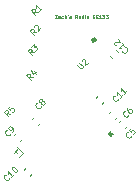
<source format=gbr>
%TF.GenerationSoftware,KiCad,Pcbnew,(6.0.1-0)*%
%TF.CreationDate,2022-02-07T15:37:49-08:00*%
%TF.ProjectId,Untitled,556e7469-746c-4656-942e-6b696361645f,rev?*%
%TF.SameCoordinates,Original*%
%TF.FileFunction,Legend,Top*%
%TF.FilePolarity,Positive*%
%FSLAX46Y46*%
G04 Gerber Fmt 4.6, Leading zero omitted, Abs format (unit mm)*
G04 Created by KiCad (PCBNEW (6.0.1-0)) date 2022-02-07 15:37:49*
%MOMM*%
%LPD*%
G01*
G04 APERTURE LIST*
%ADD10C,0.050000*%
%ADD11C,0.100000*%
%ADD12C,0.120000*%
%ADD13C,0.250000*%
%ADD14C,0.180000*%
G04 APERTURE END LIST*
D10*
X150650000Y-97235714D02*
X150850000Y-97235714D01*
X150650000Y-97535714D01*
X150850000Y-97535714D01*
X151092857Y-97535714D02*
X151092857Y-97378571D01*
X151078571Y-97350000D01*
X151050000Y-97335714D01*
X150992857Y-97335714D01*
X150964285Y-97350000D01*
X151092857Y-97521428D02*
X151064285Y-97535714D01*
X150992857Y-97535714D01*
X150964285Y-97521428D01*
X150950000Y-97492857D01*
X150950000Y-97464285D01*
X150964285Y-97435714D01*
X150992857Y-97421428D01*
X151064285Y-97421428D01*
X151092857Y-97407142D01*
X151364285Y-97521428D02*
X151335714Y-97535714D01*
X151278571Y-97535714D01*
X151250000Y-97521428D01*
X151235714Y-97507142D01*
X151221428Y-97478571D01*
X151221428Y-97392857D01*
X151235714Y-97364285D01*
X151250000Y-97350000D01*
X151278571Y-97335714D01*
X151335714Y-97335714D01*
X151364285Y-97350000D01*
X151492857Y-97535714D02*
X151492857Y-97235714D01*
X151621428Y-97535714D02*
X151621428Y-97378571D01*
X151607142Y-97350000D01*
X151578571Y-97335714D01*
X151535714Y-97335714D01*
X151507142Y-97350000D01*
X151492857Y-97364285D01*
X151778571Y-97235714D02*
X151750000Y-97292857D01*
X151892857Y-97521428D02*
X151921428Y-97535714D01*
X151978571Y-97535714D01*
X152007142Y-97521428D01*
X152021428Y-97492857D01*
X152021428Y-97478571D01*
X152007142Y-97450000D01*
X151978571Y-97435714D01*
X151935714Y-97435714D01*
X151907142Y-97421428D01*
X151892857Y-97392857D01*
X151892857Y-97378571D01*
X151907142Y-97350000D01*
X151935714Y-97335714D01*
X151978571Y-97335714D01*
X152007142Y-97350000D01*
X152550000Y-97535714D02*
X152450000Y-97392857D01*
X152378571Y-97535714D02*
X152378571Y-97235714D01*
X152492857Y-97235714D01*
X152521428Y-97250000D01*
X152535714Y-97264285D01*
X152550000Y-97292857D01*
X152550000Y-97335714D01*
X152535714Y-97364285D01*
X152521428Y-97378571D01*
X152492857Y-97392857D01*
X152378571Y-97392857D01*
X152807142Y-97535714D02*
X152807142Y-97378571D01*
X152792857Y-97350000D01*
X152764285Y-97335714D01*
X152707142Y-97335714D01*
X152678571Y-97350000D01*
X152807142Y-97521428D02*
X152778571Y-97535714D01*
X152707142Y-97535714D01*
X152678571Y-97521428D01*
X152664285Y-97492857D01*
X152664285Y-97464285D01*
X152678571Y-97435714D01*
X152707142Y-97421428D01*
X152778571Y-97421428D01*
X152807142Y-97407142D01*
X153078571Y-97535714D02*
X153078571Y-97235714D01*
X153078571Y-97521428D02*
X153050000Y-97535714D01*
X152992857Y-97535714D01*
X152964285Y-97521428D01*
X152950000Y-97507142D01*
X152935714Y-97478571D01*
X152935714Y-97392857D01*
X152950000Y-97364285D01*
X152964285Y-97350000D01*
X152992857Y-97335714D01*
X153050000Y-97335714D01*
X153078571Y-97350000D01*
X153221428Y-97535714D02*
X153221428Y-97335714D01*
X153221428Y-97235714D02*
X153207142Y-97250000D01*
X153221428Y-97264285D01*
X153235714Y-97250000D01*
X153221428Y-97235714D01*
X153221428Y-97264285D01*
X153407142Y-97535714D02*
X153378571Y-97521428D01*
X153364285Y-97507142D01*
X153350000Y-97478571D01*
X153350000Y-97392857D01*
X153364285Y-97364285D01*
X153378571Y-97350000D01*
X153407142Y-97335714D01*
X153450000Y-97335714D01*
X153478571Y-97350000D01*
X153492857Y-97364285D01*
X153507142Y-97392857D01*
X153507142Y-97478571D01*
X153492857Y-97507142D01*
X153478571Y-97521428D01*
X153450000Y-97535714D01*
X153407142Y-97535714D01*
X153864285Y-97378571D02*
X153964285Y-97378571D01*
X154007142Y-97535714D02*
X153864285Y-97535714D01*
X153864285Y-97235714D01*
X154007142Y-97235714D01*
X154135714Y-97378571D02*
X154235714Y-97378571D01*
X154278571Y-97535714D02*
X154135714Y-97535714D01*
X154135714Y-97235714D01*
X154278571Y-97235714D01*
X154564285Y-97535714D02*
X154392857Y-97535714D01*
X154478571Y-97535714D02*
X154478571Y-97235714D01*
X154450000Y-97278571D01*
X154421428Y-97307142D01*
X154392857Y-97321428D01*
X154664285Y-97235714D02*
X154850000Y-97235714D01*
X154750000Y-97350000D01*
X154792857Y-97350000D01*
X154821428Y-97364285D01*
X154835714Y-97378571D01*
X154850000Y-97407142D01*
X154850000Y-97478571D01*
X154835714Y-97507142D01*
X154821428Y-97521428D01*
X154792857Y-97535714D01*
X154707142Y-97535714D01*
X154678571Y-97521428D01*
X154664285Y-97507142D01*
X154950000Y-97235714D02*
X155135714Y-97235714D01*
X155035714Y-97350000D01*
X155078571Y-97350000D01*
X155107142Y-97364285D01*
X155121428Y-97378571D01*
X155135714Y-97407142D01*
X155135714Y-97478571D01*
X155121428Y-97507142D01*
X155107142Y-97521428D01*
X155078571Y-97535714D01*
X154992857Y-97535714D01*
X154964285Y-97521428D01*
X154950000Y-97507142D01*
D11*
%TO.C,C6*%
X156867343Y-105685194D02*
X156867343Y-105718866D01*
X156833671Y-105786209D01*
X156800000Y-105819881D01*
X156732656Y-105853553D01*
X156665312Y-105853553D01*
X156614805Y-105836717D01*
X156530625Y-105786209D01*
X156480118Y-105735702D01*
X156429610Y-105651522D01*
X156412774Y-105601015D01*
X156412774Y-105533671D01*
X156446446Y-105466328D01*
X156480118Y-105432656D01*
X156547461Y-105398984D01*
X156581133Y-105398984D01*
X156850507Y-105062267D02*
X156783164Y-105129610D01*
X156766328Y-105180118D01*
X156766328Y-105213790D01*
X156783164Y-105297969D01*
X156833671Y-105382148D01*
X156968358Y-105516835D01*
X157018866Y-105533671D01*
X157052538Y-105533671D01*
X157103045Y-105516835D01*
X157170389Y-105449492D01*
X157187225Y-105398984D01*
X157187225Y-105365312D01*
X157170389Y-105314805D01*
X157086209Y-105230625D01*
X157035702Y-105213790D01*
X157002030Y-105213790D01*
X156951522Y-105230625D01*
X156884179Y-105297969D01*
X156867343Y-105348477D01*
X156867343Y-105382148D01*
X156884179Y-105432656D01*
%TO.C,R4*%
X148801015Y-102518866D02*
X148514805Y-102468358D01*
X148598984Y-102720896D02*
X148245431Y-102367343D01*
X148380118Y-102232656D01*
X148430625Y-102215820D01*
X148464297Y-102215820D01*
X148514805Y-102232656D01*
X148565312Y-102283164D01*
X148582148Y-102333671D01*
X148582148Y-102367343D01*
X148565312Y-102417851D01*
X148430625Y-102552538D01*
X148868358Y-101980118D02*
X149104061Y-102215820D01*
X148649492Y-101929610D02*
X148817851Y-102266328D01*
X149036717Y-102047461D01*
%TO.C,C8*%
X149467343Y-104985194D02*
X149467343Y-105018866D01*
X149433671Y-105086209D01*
X149400000Y-105119881D01*
X149332656Y-105153553D01*
X149265312Y-105153553D01*
X149214805Y-105136717D01*
X149130625Y-105086209D01*
X149080118Y-105035702D01*
X149029610Y-104951522D01*
X149012774Y-104901015D01*
X149012774Y-104833671D01*
X149046446Y-104766328D01*
X149080118Y-104732656D01*
X149147461Y-104698984D01*
X149181133Y-104698984D01*
X149501015Y-104614805D02*
X149450507Y-104631641D01*
X149416835Y-104631641D01*
X149366328Y-104614805D01*
X149349492Y-104597969D01*
X149332656Y-104547461D01*
X149332656Y-104513790D01*
X149349492Y-104463282D01*
X149416835Y-104395938D01*
X149467343Y-104379103D01*
X149501015Y-104379103D01*
X149551522Y-104395938D01*
X149568358Y-104412774D01*
X149585194Y-104463282D01*
X149585194Y-104496954D01*
X149568358Y-104547461D01*
X149501015Y-104614805D01*
X149484179Y-104665312D01*
X149484179Y-104698984D01*
X149501015Y-104749492D01*
X149568358Y-104816835D01*
X149618866Y-104833671D01*
X149652538Y-104833671D01*
X149703045Y-104816835D01*
X149770389Y-104749492D01*
X149787225Y-104698984D01*
X149787225Y-104665312D01*
X149770389Y-104614805D01*
X149703045Y-104547461D01*
X149652538Y-104530625D01*
X149618866Y-104530625D01*
X149568358Y-104547461D01*
%TO.C,C9*%
X146867343Y-107285194D02*
X146867343Y-107318866D01*
X146833671Y-107386209D01*
X146800000Y-107419881D01*
X146732656Y-107453553D01*
X146665312Y-107453553D01*
X146614805Y-107436717D01*
X146530625Y-107386209D01*
X146480118Y-107335702D01*
X146429610Y-107251522D01*
X146412774Y-107201015D01*
X146412774Y-107133671D01*
X146446446Y-107066328D01*
X146480118Y-107032656D01*
X146547461Y-106998984D01*
X146581133Y-106998984D01*
X147069374Y-107150507D02*
X147136717Y-107083164D01*
X147153553Y-107032656D01*
X147153553Y-106998984D01*
X147136717Y-106914805D01*
X147086209Y-106830625D01*
X146951522Y-106695938D01*
X146901015Y-106679103D01*
X146867343Y-106679103D01*
X146816835Y-106695938D01*
X146749492Y-106763282D01*
X146732656Y-106813790D01*
X146732656Y-106847461D01*
X146749492Y-106897969D01*
X146833671Y-106982148D01*
X146884179Y-106998984D01*
X146917851Y-106998984D01*
X146968358Y-106982148D01*
X147035702Y-106914805D01*
X147052538Y-106864297D01*
X147052538Y-106830625D01*
X147035702Y-106780118D01*
%TO.C,R5*%
X146901015Y-105618866D02*
X146614805Y-105568358D01*
X146698984Y-105820896D02*
X146345431Y-105467343D01*
X146480118Y-105332656D01*
X146530625Y-105315820D01*
X146564297Y-105315820D01*
X146614805Y-105332656D01*
X146665312Y-105383164D01*
X146682148Y-105433671D01*
X146682148Y-105467343D01*
X146665312Y-105517851D01*
X146530625Y-105652538D01*
X146867343Y-104945431D02*
X146698984Y-105113790D01*
X146850507Y-105298984D01*
X146850507Y-105265312D01*
X146867343Y-105214805D01*
X146951522Y-105130625D01*
X147002030Y-105113790D01*
X147035702Y-105113790D01*
X147086209Y-105130625D01*
X147170389Y-105214805D01*
X147187225Y-105265312D01*
X147187225Y-105298984D01*
X147170389Y-105349492D01*
X147086209Y-105433671D01*
X147035702Y-105450507D01*
X147002030Y-105450507D01*
%TO.C,R1*%
X149201015Y-97018866D02*
X148914805Y-96968358D01*
X148998984Y-97220896D02*
X148645431Y-96867343D01*
X148780118Y-96732656D01*
X148830625Y-96715820D01*
X148864297Y-96715820D01*
X148914805Y-96732656D01*
X148965312Y-96783164D01*
X148982148Y-96833671D01*
X148982148Y-96867343D01*
X148965312Y-96917851D01*
X148830625Y-97052538D01*
X149537732Y-96682148D02*
X149335702Y-96884179D01*
X149436717Y-96783164D02*
X149083164Y-96429610D01*
X149100000Y-96513790D01*
X149100000Y-96581133D01*
X149083164Y-96631641D01*
%TO.C,C12*%
X156627557Y-100002227D02*
X156661229Y-100002227D01*
X156728572Y-100035899D01*
X156762244Y-100069570D01*
X156795916Y-100136914D01*
X156795916Y-100204257D01*
X156779080Y-100254765D01*
X156728572Y-100338944D01*
X156678065Y-100389452D01*
X156593885Y-100439960D01*
X156543378Y-100456795D01*
X156476034Y-100456795D01*
X156408691Y-100423124D01*
X156375019Y-100389452D01*
X156341347Y-100322108D01*
X156341347Y-100288437D01*
X156324511Y-99631837D02*
X156526542Y-99833868D01*
X156425526Y-99732853D02*
X156071973Y-100086406D01*
X156156152Y-100069570D01*
X156223496Y-100069570D01*
X156274004Y-100086406D01*
X155869942Y-99817032D02*
X155836271Y-99817032D01*
X155785763Y-99800196D01*
X155701584Y-99716017D01*
X155684748Y-99665509D01*
X155684748Y-99631837D01*
X155701584Y-99581330D01*
X155735255Y-99547658D01*
X155802599Y-99513986D01*
X156206660Y-99513986D01*
X155987794Y-99295120D01*
%TO.C,C5*%
X157098198Y-107468552D02*
X157098198Y-107502224D01*
X157064526Y-107569567D01*
X157030855Y-107603239D01*
X156963511Y-107636911D01*
X156896167Y-107636911D01*
X156845660Y-107620075D01*
X156761480Y-107569567D01*
X156710973Y-107519060D01*
X156660465Y-107434880D01*
X156643629Y-107384373D01*
X156643629Y-107317029D01*
X156677301Y-107249686D01*
X156710973Y-107216014D01*
X156778316Y-107182342D01*
X156811988Y-107182342D01*
X157098198Y-106828789D02*
X156929839Y-106997148D01*
X157081362Y-107182342D01*
X157081362Y-107148670D01*
X157098198Y-107098163D01*
X157182377Y-107013983D01*
X157232885Y-106997148D01*
X157266557Y-106997148D01*
X157317064Y-107013983D01*
X157401244Y-107098163D01*
X157418080Y-107148670D01*
X157418080Y-107182342D01*
X157401244Y-107232850D01*
X157317064Y-107317029D01*
X157266557Y-107333865D01*
X157232885Y-107333865D01*
%TO.C,C10*%
X146798984Y-111053553D02*
X146798984Y-111087225D01*
X146765312Y-111154568D01*
X146731641Y-111188240D01*
X146664297Y-111221912D01*
X146596954Y-111221912D01*
X146546446Y-111205076D01*
X146462267Y-111154568D01*
X146411759Y-111104061D01*
X146361251Y-111019881D01*
X146344416Y-110969374D01*
X146344416Y-110902030D01*
X146378087Y-110834687D01*
X146411759Y-110801015D01*
X146479103Y-110767343D01*
X146512774Y-110767343D01*
X147169374Y-110750507D02*
X146967343Y-110952538D01*
X147068358Y-110851522D02*
X146714805Y-110497969D01*
X146731641Y-110582148D01*
X146731641Y-110649492D01*
X146714805Y-110700000D01*
X147034687Y-110178087D02*
X147068358Y-110144416D01*
X147118866Y-110127580D01*
X147152538Y-110127580D01*
X147203045Y-110144416D01*
X147287225Y-110194923D01*
X147371404Y-110279103D01*
X147421912Y-110363282D01*
X147438748Y-110413790D01*
X147438748Y-110447461D01*
X147421912Y-110497969D01*
X147388240Y-110531641D01*
X147337732Y-110548477D01*
X147304061Y-110548477D01*
X147253553Y-110531641D01*
X147169374Y-110481133D01*
X147085194Y-110396954D01*
X147034687Y-110312774D01*
X147017851Y-110262267D01*
X147017851Y-110228595D01*
X147034687Y-110178087D01*
%TO.C,L1*%
X147775919Y-108756037D02*
X147944278Y-108924396D01*
X147590724Y-109277949D01*
X147472873Y-108452991D02*
X147674904Y-108655022D01*
X147573888Y-108554007D02*
X147220335Y-108907560D01*
X147304514Y-108890724D01*
X147371858Y-108890724D01*
X147422365Y-108907560D01*
%TO.C,C11*%
X155998984Y-104353553D02*
X155998984Y-104387225D01*
X155965312Y-104454568D01*
X155931641Y-104488240D01*
X155864297Y-104521912D01*
X155796954Y-104521912D01*
X155746446Y-104505076D01*
X155662267Y-104454568D01*
X155611759Y-104404061D01*
X155561251Y-104319881D01*
X155544416Y-104269374D01*
X155544416Y-104202030D01*
X155578087Y-104134687D01*
X155611759Y-104101015D01*
X155679103Y-104067343D01*
X155712774Y-104067343D01*
X156369374Y-104050507D02*
X156167343Y-104252538D01*
X156268358Y-104151522D02*
X155914805Y-103797969D01*
X155931641Y-103882148D01*
X155931641Y-103949492D01*
X155914805Y-104000000D01*
X156706091Y-103713790D02*
X156504061Y-103915820D01*
X156605076Y-103814805D02*
X156251522Y-103461251D01*
X156268358Y-103545431D01*
X156268358Y-103612774D01*
X156251522Y-103663282D01*
%TO.C,R3*%
X148901015Y-100418866D02*
X148614805Y-100368358D01*
X148698984Y-100620896D02*
X148345431Y-100267343D01*
X148480118Y-100132656D01*
X148530625Y-100115820D01*
X148564297Y-100115820D01*
X148614805Y-100132656D01*
X148665312Y-100183164D01*
X148682148Y-100233671D01*
X148682148Y-100267343D01*
X148665312Y-100317851D01*
X148530625Y-100452538D01*
X148665312Y-99947461D02*
X148884179Y-99728595D01*
X148901015Y-99981133D01*
X148951522Y-99930625D01*
X149002030Y-99913790D01*
X149035702Y-99913790D01*
X149086209Y-99930625D01*
X149170389Y-100014805D01*
X149187225Y-100065312D01*
X149187225Y-100098984D01*
X149170389Y-100149492D01*
X149069374Y-100250507D01*
X149018866Y-100267343D01*
X148985194Y-100267343D01*
%TO.C,U2*%
X152537013Y-101475761D02*
X152823223Y-101761971D01*
X152873730Y-101778807D01*
X152907402Y-101778807D01*
X152957910Y-101761971D01*
X153025253Y-101694627D01*
X153042089Y-101644120D01*
X153042089Y-101610448D01*
X153025253Y-101559940D01*
X152739043Y-101273730D01*
X152924238Y-101155879D02*
X152924238Y-101122208D01*
X152941074Y-101071700D01*
X153025253Y-100987521D01*
X153075761Y-100970685D01*
X153109433Y-100970685D01*
X153159940Y-100987521D01*
X153193612Y-101021192D01*
X153227284Y-101088536D01*
X153227284Y-101492597D01*
X153446150Y-101273730D01*
%TO.C,R2*%
X149101016Y-98718866D02*
X148814806Y-98668358D01*
X148898985Y-98920896D02*
X148545432Y-98567343D01*
X148680119Y-98432656D01*
X148730626Y-98415820D01*
X148764298Y-98415820D01*
X148814806Y-98432656D01*
X148865313Y-98483164D01*
X148882149Y-98533671D01*
X148882149Y-98567343D01*
X148865313Y-98617851D01*
X148730626Y-98752538D01*
X148915821Y-98264297D02*
X148915821Y-98230625D01*
X148932657Y-98180118D01*
X149016836Y-98095938D01*
X149067344Y-98079103D01*
X149101016Y-98079103D01*
X149151523Y-98095938D01*
X149185195Y-98129610D01*
X149218867Y-98196954D01*
X149218867Y-98601015D01*
X149437733Y-98382148D01*
D12*
%TO.C,C6*%
X155229779Y-105561104D02*
X155382282Y-105408601D01*
X155738896Y-106070221D02*
X155891399Y-105917718D01*
D13*
%TO.C,U1*%
X155518592Y-107334835D02*
G75*
G03*
X155518592Y-107334835I-125000J0D01*
G01*
D12*
%TO.C,C8*%
X148882282Y-105908601D02*
X148729779Y-106061104D01*
X149391399Y-106417718D02*
X149238896Y-106570221D01*
%TO.C,C9*%
X147717718Y-107891399D02*
X147870221Y-107738896D01*
X147208601Y-107382282D02*
X147361104Y-107229779D01*
%TO.C,C12*%
X155482282Y-100891399D02*
X155329779Y-100738896D01*
X155991399Y-100382282D02*
X155838896Y-100229779D01*
%TO.C,C5*%
X156578307Y-106830810D02*
X156730810Y-106678307D01*
X156069190Y-106321693D02*
X156221693Y-106169190D01*
%TO.C,C10*%
X148670221Y-110738896D02*
X148517718Y-110891399D01*
X148161104Y-110229779D02*
X148008601Y-110382282D01*
%TO.C,C11*%
X154261104Y-104129779D02*
X154108601Y-104282282D01*
X154770221Y-104638896D02*
X154617718Y-104791399D01*
D14*
%TO.C,U2*%
X153926461Y-99511989D02*
X153820395Y-99405923D01*
X154103238Y-99335212D02*
X153997172Y-99229146D01*
X154103238Y-99335212D02*
X153926461Y-99511989D01*
X153997172Y-99229146D02*
X153820395Y-99405923D01*
%TD*%
M02*

</source>
